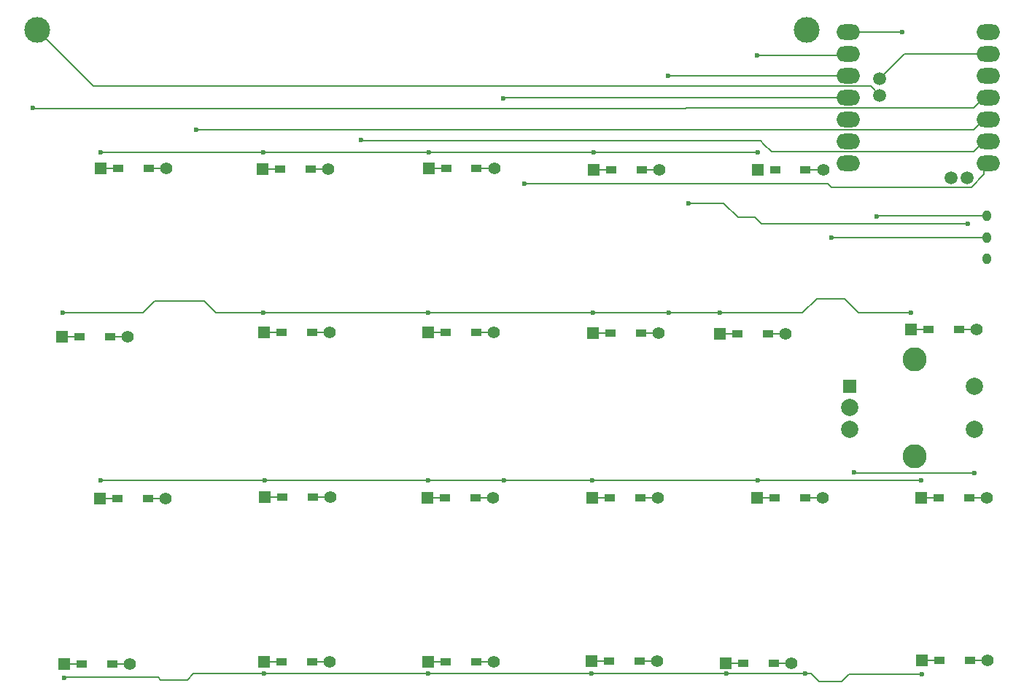
<source format=gbr>
%TF.GenerationSoftware,KiCad,Pcbnew,8.0.7*%
%TF.CreationDate,2025-02-16T08:14:47+09:00*%
%TF.ProjectId,cool642tb_L,636f6f6c-3634-4327-9462-5f4c2e6b6963,rev?*%
%TF.SameCoordinates,Original*%
%TF.FileFunction,Copper,L1,Top*%
%TF.FilePolarity,Positive*%
%FSLAX46Y46*%
G04 Gerber Fmt 4.6, Leading zero omitted, Abs format (unit mm)*
G04 Created by KiCad (PCBNEW 8.0.7) date 2025-02-16 08:14:47*
%MOMM*%
%LPD*%
G01*
G04 APERTURE LIST*
%TA.AperFunction,ComponentPad*%
%ADD10R,1.397000X1.397000*%
%TD*%
%TA.AperFunction,SMDPad,CuDef*%
%ADD11R,1.300000X0.950000*%
%TD*%
%TA.AperFunction,ComponentPad*%
%ADD12C,1.397000*%
%TD*%
%TA.AperFunction,ComponentPad*%
%ADD13C,3.000000*%
%TD*%
%TA.AperFunction,ComponentPad*%
%ADD14C,2.000000*%
%TD*%
%TA.AperFunction,ComponentPad*%
%ADD15R,1.500000X1.500000*%
%TD*%
%TA.AperFunction,ComponentPad*%
%ADD16C,2.800000*%
%TD*%
%TA.AperFunction,ComponentPad*%
%ADD17O,1.000000X1.300000*%
%TD*%
%TA.AperFunction,ComponentPad*%
%ADD18O,2.750000X1.800000*%
%TD*%
%TA.AperFunction,ComponentPad*%
%ADD19C,1.500000*%
%TD*%
%TA.AperFunction,ViaPad*%
%ADD20C,0.600000*%
%TD*%
%TA.AperFunction,Conductor*%
%ADD21C,0.200000*%
%TD*%
G04 APERTURE END LIST*
D10*
%TO.P,D3,1,K*%
%TO.N,Row2*%
X890000Y-29720000D03*
D11*
X2925000Y-29720000D03*
%TO.P,D3,2,A*%
%TO.N,Net-(D3-A)*%
X6475000Y-29720000D03*
D12*
X8510000Y-29720000D03*
%TD*%
D13*
%TO.P,B1,1,+*%
%TO.N,Bat*%
X-6400000Y24710000D03*
%TO.P,B1,2,-*%
%TO.N,Net-(B1--)*%
X82870000Y24750000D03*
%TD*%
D10*
%TO.P,D13,1,K*%
%TO.N,Row0*%
X58170000Y8480000D03*
D11*
X60205000Y8480000D03*
%TO.P,D13,2,A*%
%TO.N,Net-(D13-A)*%
X63755000Y8480000D03*
D12*
X65790000Y8480000D03*
%TD*%
D10*
%TO.P,D10,1,K*%
%TO.N,Row1*%
X39000000Y-10420000D03*
D11*
X41035000Y-10420000D03*
%TO.P,D10,2,A*%
%TO.N,Net-(D10-A)*%
X44585000Y-10420000D03*
D12*
X46620000Y-10420000D03*
%TD*%
D10*
%TO.P,D19,1,K*%
%TO.N,Row2*%
X77190000Y-29630000D03*
D11*
X79225000Y-29630000D03*
%TO.P,D19,2,A*%
%TO.N,Net-(D19-A)*%
X82775000Y-29630000D03*
D12*
X84810000Y-29630000D03*
%TD*%
D10*
%TO.P,D16,1,K*%
%TO.N,Row3*%
X57960000Y-48600000D03*
D11*
X59995000Y-48600000D03*
%TO.P,D16,2,A*%
%TO.N,Net-(D16-A)*%
X63545000Y-48600000D03*
D12*
X65580000Y-48600000D03*
%TD*%
D10*
%TO.P,D7,1,K*%
%TO.N,Row2*%
X19990000Y-29570000D03*
D11*
X22025000Y-29570000D03*
%TO.P,D7,2,A*%
%TO.N,Net-(D7-A)*%
X25575000Y-29570000D03*
D12*
X27610000Y-29570000D03*
%TD*%
D10*
%TO.P,D21,1,K*%
%TO.N,Row1*%
X95025000Y-10040000D03*
D11*
X97060000Y-10040000D03*
%TO.P,D21,2,A*%
%TO.N,Net-(D21-A)*%
X100610000Y-10040000D03*
D12*
X102645000Y-10040000D03*
%TD*%
D10*
%TO.P,D14,1,K*%
%TO.N,Row1*%
X58090000Y-10490000D03*
D11*
X60125000Y-10490000D03*
%TO.P,D14,2,A*%
%TO.N,Net-(D14-A)*%
X63675000Y-10490000D03*
D12*
X65710000Y-10490000D03*
%TD*%
D10*
%TO.P,D18,1,K*%
%TO.N,Row1*%
X72855000Y-10550000D03*
D11*
X74890000Y-10550000D03*
%TO.P,D18,2,A*%
%TO.N,Net-(D18-A)*%
X78440000Y-10550000D03*
D12*
X80475000Y-10550000D03*
%TD*%
D10*
%TO.P,D5,1,K*%
%TO.N,Row0*%
X19770000Y8520000D03*
D11*
X21805000Y8520000D03*
%TO.P,D5,2,A*%
%TO.N,Net-(D5-A)*%
X25355000Y8520000D03*
D12*
X27390000Y8520000D03*
%TD*%
D10*
%TO.P,D9,1,K*%
%TO.N,Row0*%
X39010000Y8610000D03*
D11*
X41045000Y8610000D03*
%TO.P,D9,2,A*%
%TO.N,Net-(D9-A)*%
X44595000Y8610000D03*
D12*
X46630000Y8610000D03*
%TD*%
D10*
%TO.P,D8,1,K*%
%TO.N,Row3*%
X19920000Y-48670000D03*
D11*
X21955000Y-48670000D03*
%TO.P,D8,2,A*%
%TO.N,Net-(D8-A)*%
X25505000Y-48670000D03*
D12*
X27540000Y-48670000D03*
%TD*%
D10*
%TO.P,D23,1,K*%
%TO.N,Row3*%
X96270000Y-48510000D03*
D11*
X98305000Y-48510000D03*
%TO.P,D23,2,A*%
%TO.N,Net-(D23-A)*%
X101855000Y-48510000D03*
D12*
X103890000Y-48510000D03*
%TD*%
D10*
%TO.P,D11,1,K*%
%TO.N,Row2*%
X38900000Y-29650000D03*
D11*
X40935000Y-29650000D03*
%TO.P,D11,2,A*%
%TO.N,Net-(D11-A)*%
X44485000Y-29650000D03*
D12*
X46520000Y-29650000D03*
%TD*%
D14*
%TO.P,SW21,1,1*%
%TO.N,Net-(D21-A)*%
X102400000Y-16660000D03*
%TO.P,SW21,2,2*%
%TO.N,Col5*%
X102400000Y-21660000D03*
D15*
%TO.P,SW21,A,A*%
%TO.N,RE_A1*%
X87900000Y-16660000D03*
D14*
%TO.P,SW21,B,B*%
%TO.N,RE_B*%
X87900000Y-21660000D03*
%TO.P,SW21,C,C*%
%TO.N,GND*%
X87900000Y-19160000D03*
D16*
%TO.P,SW21,MP*%
%TO.N,N/C*%
X95400000Y-13560000D03*
X95400000Y-24760000D03*
%TD*%
D10*
%TO.P,D6,1,K*%
%TO.N,Row1*%
X19890000Y-10420000D03*
D11*
X21925000Y-10420000D03*
%TO.P,D6,2,A*%
%TO.N,Net-(D6-A)*%
X25475000Y-10420000D03*
D12*
X27510000Y-10420000D03*
%TD*%
D17*
%TO.P,SW24,1,A*%
%TO.N,GND*%
X103840000Y3104000D03*
%TO.P,SW24,2,B*%
%TO.N,Net-(B1--)*%
X103840000Y604000D03*
%TO.P,SW24,3,C*%
%TO.N,unconnected-(SW24-C-Pad3)*%
X103840000Y-1896000D03*
%TD*%
D10*
%TO.P,D15,1,K*%
%TO.N,Row2*%
X58040000Y-29620000D03*
D11*
X60075000Y-29620000D03*
%TO.P,D15,2,A*%
%TO.N,Net-(D15-A)*%
X63625000Y-29620000D03*
D12*
X65660000Y-29620000D03*
%TD*%
D10*
%TO.P,D2,1,K*%
%TO.N,Row1*%
X-3500000Y-10920000D03*
D11*
X-1465000Y-10920000D03*
%TO.P,D2,2,A*%
%TO.N,Net-(D2-A)*%
X2085000Y-10920000D03*
D12*
X4120000Y-10920000D03*
%TD*%
D10*
%TO.P,D12,1,K*%
%TO.N,Row3*%
X38990000Y-48690000D03*
D11*
X41025000Y-48690000D03*
%TO.P,D12,2,A*%
%TO.N,Net-(D12-A)*%
X44575000Y-48690000D03*
D12*
X46610000Y-48690000D03*
%TD*%
D10*
%TO.P,D4,1,K*%
%TO.N,Row3*%
X-3300000Y-48970000D03*
D11*
X-1265000Y-48970000D03*
%TO.P,D4,2,A*%
%TO.N,Net-(D4-A)*%
X2285000Y-48970000D03*
D12*
X4320000Y-48970000D03*
%TD*%
D10*
%TO.P,D1,1,K*%
%TO.N,Row0*%
X960000Y8650000D03*
D11*
X2995000Y8650000D03*
%TO.P,D1,2,A*%
%TO.N,Net-(D1-A)*%
X6545000Y8650000D03*
D12*
X8580000Y8650000D03*
%TD*%
D10*
%TO.P,D17,1,K*%
%TO.N,Row0*%
X77195000Y8510000D03*
D11*
X79230000Y8510000D03*
%TO.P,D17,2,A*%
%TO.N,Net-(D17-A)*%
X82780000Y8510000D03*
D12*
X84815000Y8510000D03*
%TD*%
D18*
%TO.P,U1,1,P0.02_A0_D0*%
%TO.N,RE_B*%
X87740000Y24450000D03*
%TO.P,U1,2,P0.03_A1_D1*%
%TO.N,Row0*%
X87740000Y21910000D03*
%TO.P,U1,3,P0.28_A2_D2*%
%TO.N,Row1*%
X87740000Y19370000D03*
%TO.P,U1,4,P0.29_A3_D3*%
%TO.N,Row2*%
X87740000Y16830000D03*
%TO.P,U1,5,P0.04_A4_D4_SDA*%
%TO.N,unconnected-(U1-P0.04_A4_D4_SDA-Pad5)*%
X87740000Y14290000D03*
%TO.P,U1,6,P0.05_A5_D5_SCL*%
%TO.N,RE_A1*%
X87740000Y11750000D03*
%TO.P,U1,7,P1.11_D6_TX*%
%TO.N,Row3*%
X87740000Y9210000D03*
%TO.P,U1,8,P1.12_D7_RX*%
%TO.N,Col3*%
X103980000Y9210000D03*
%TO.P,U1,9,P1.13_D8_SCK*%
%TO.N,Col2*%
X103980000Y11750000D03*
%TO.P,U1,10,P1.14_D9_MISO*%
%TO.N,Col1*%
X103980000Y14290000D03*
%TO.P,U1,11,P1.15_D10_MOSI*%
%TO.N,Col0*%
X103980000Y16830000D03*
%TO.P,U1,12,3V3*%
%TO.N,unconnected-(U1-3V3-Pad12)*%
X103980000Y19370000D03*
%TO.P,U1,13,GND*%
%TO.N,GND*%
X103980000Y21910000D03*
%TO.P,U1,14,5V*%
%TO.N,VCC*%
X103980000Y24450000D03*
D19*
%TO.P,U1,15,NFC1_0.09*%
%TO.N,Col5*%
X99695400Y7518000D03*
%TO.P,U1,16,NFC2_0.10*%
%TO.N,Col4*%
X101575000Y7518000D03*
%TO.P,U1,20,BATT+*%
%TO.N,Bat*%
X91415000Y17147000D03*
%TO.P,U1,21,BATT-*%
%TO.N,GND*%
X91415000Y19052000D03*
%TD*%
D10*
%TO.P,D22,1,K*%
%TO.N,Row2*%
X96170000Y-29600000D03*
D11*
X98205000Y-29600000D03*
%TO.P,D22,2,A*%
%TO.N,Net-(D22-A)*%
X101755000Y-29600000D03*
D12*
X103790000Y-29600000D03*
%TD*%
D10*
%TO.P,D20,1,K*%
%TO.N,Row3*%
X73540000Y-48810000D03*
D11*
X75575000Y-48810000D03*
%TO.P,D20,2,A*%
%TO.N,Net-(D20-A)*%
X79125000Y-48810000D03*
D12*
X81160000Y-48810000D03*
%TD*%
D20*
%TO.N,Net-(B1--)*%
X85820000Y570000D03*
%TO.N,Col0*%
X-6880000Y15660000D03*
%TO.N,Row2*%
X47670000Y16810000D03*
%TO.N,Row1*%
X66800000Y19400000D03*
%TO.N,Row0*%
X77140000Y21790000D03*
%TO.N,RE_B*%
X94000000Y24500000D03*
%TO.N,Col4*%
X101600000Y2240000D03*
%TO.N,GND*%
X91050000Y3090000D03*
%TO.N,Row0*%
X19800000Y10500000D03*
X980000Y10490000D03*
X39010000Y10500000D03*
X77210000Y10500000D03*
X58160000Y10500000D03*
%TO.N,Row1*%
X19870000Y-8140000D03*
X95020000Y-8140000D03*
X66870000Y-8140000D03*
X72870000Y-8110000D03*
X-3470000Y-8130000D03*
X58080000Y-8140000D03*
X38980000Y-8140000D03*
%TO.N,Row2*%
X38930000Y-27590000D03*
X96220000Y-27590000D03*
X19990000Y-27590000D03*
X58040000Y-27590000D03*
X47740000Y-27590000D03*
X910000Y-27590000D03*
X77230000Y-27590000D03*
%TO.N,Row3*%
X57950000Y-50040000D03*
X82750000Y-50040000D03*
X96280000Y-50080000D03*
X-3260000Y-50500000D03*
X73580000Y-50040000D03*
X38990000Y-50040000D03*
X19920000Y-50040000D03*
%TO.N,Col1*%
X12040000Y13160000D03*
%TO.N,Col2*%
X31170000Y11920000D03*
%TO.N,Col3*%
X50170000Y6870000D03*
%TO.N,Col4*%
X69220000Y4620000D03*
%TO.N,Col5*%
X88400000Y-26700000D03*
X102400000Y-26770000D03*
%TD*%
D21*
%TO.N,Net-(B1--)*%
X86290000Y570000D02*
X86324000Y604000D01*
X85820000Y570000D02*
X86290000Y570000D01*
X86324000Y604000D02*
X103840000Y604000D01*
%TO.N,Col2*%
X102280000Y10550000D02*
X78860000Y10550000D01*
X77935000Y11475000D02*
X77580000Y11830000D01*
X103480000Y11750000D02*
X102280000Y10550000D01*
X78860000Y10550000D02*
X77935000Y11475000D01*
%TO.N,Bat*%
X-6400000Y24710000D02*
X140000Y18170000D01*
X140000Y18170000D02*
X90392000Y18170000D01*
X90392000Y18170000D02*
X91415000Y17147000D01*
%TO.N,GND*%
X91415000Y19052000D02*
X94273000Y21910000D01*
X94273000Y21910000D02*
X103480000Y21910000D01*
%TO.N,Col0*%
X-6840000Y15620000D02*
X-6880000Y15660000D01*
X102280000Y15630000D02*
X68870000Y15630000D01*
X68860000Y15620000D02*
X-6840000Y15620000D01*
X103480000Y16830000D02*
X102280000Y15630000D01*
X68870000Y15630000D02*
X68860000Y15620000D01*
%TO.N,Col1*%
X103480000Y14290000D02*
X102280000Y13090000D01*
X102280000Y13090000D02*
X12110000Y13090000D01*
X12110000Y13090000D02*
X12040000Y13160000D01*
%TO.N,Col3*%
X103480000Y9210000D02*
X103480000Y7938075D01*
X103480000Y7938075D02*
X102009925Y6468000D01*
X85762000Y6468000D02*
X85350000Y6880000D01*
X102009925Y6468000D02*
X85762000Y6468000D01*
%TO.N,Row2*%
X47690000Y16830000D02*
X47670000Y16810000D01*
X88240000Y16830000D02*
X47690000Y16830000D01*
%TO.N,Row1*%
X66830000Y19370000D02*
X66800000Y19400000D01*
X88240000Y19370000D02*
X66830000Y19370000D01*
%TO.N,Row0*%
X88120000Y21790000D02*
X88240000Y21910000D01*
X77140000Y21790000D02*
X88120000Y21790000D01*
%TO.N,RE_B*%
X94000000Y24500000D02*
X93630000Y24500000D01*
X93630000Y24500000D02*
X93580000Y24450000D01*
X93580000Y24450000D02*
X88240000Y24450000D01*
%TO.N,Col4*%
X101600000Y2240000D02*
X77636955Y2240000D01*
X77636955Y2240000D02*
X76886955Y2990000D01*
X76886955Y2990000D02*
X74920000Y2990000D01*
%TO.N,GND*%
X91064000Y3104000D02*
X91050000Y3090000D01*
X103840000Y3104000D02*
X91064000Y3104000D01*
%TO.N,Net-(D1-A)*%
X8580000Y8650000D02*
X6545000Y8650000D01*
%TO.N,Row0*%
X77210000Y10500000D02*
X58160000Y10500000D01*
X58170000Y8480000D02*
X60205000Y8480000D01*
X19800000Y10500000D02*
X990000Y10500000D01*
X39010000Y10500000D02*
X19800000Y10500000D01*
X58160000Y10500000D02*
X39010000Y10500000D01*
X39010000Y8610000D02*
X41045000Y8610000D01*
X960000Y8650000D02*
X2995000Y8650000D01*
X19770000Y8520000D02*
X21805000Y8520000D01*
X990000Y10500000D02*
X980000Y10490000D01*
%TO.N,Net-(D2-A)*%
X4120000Y-10920000D02*
X2085000Y-10920000D01*
%TO.N,Row1*%
X19890000Y-10420000D02*
X21925000Y-10420000D01*
X88940000Y-8120000D02*
X87290000Y-6470000D01*
X5850000Y-8140000D02*
X7240000Y-6750000D01*
X72840000Y-8140000D02*
X72870000Y-8110000D01*
X72855000Y-10550000D02*
X74890000Y-10550000D01*
X58080000Y-8140000D02*
X38980000Y-8140000D01*
X95025000Y-10040000D02*
X97060000Y-10040000D01*
X84080000Y-6470000D02*
X82440000Y-8110000D01*
X7240000Y-6750000D02*
X12940000Y-6750000D01*
X38980000Y-8140000D02*
X19870000Y-8140000D01*
X66870000Y-8140000D02*
X72840000Y-8140000D01*
X12940000Y-6750000D02*
X14330000Y-8140000D01*
X82440000Y-8110000D02*
X72870000Y-8110000D01*
X58090000Y-10490000D02*
X60125000Y-10490000D01*
X14330000Y-8140000D02*
X19870000Y-8140000D01*
X87290000Y-6470000D02*
X84080000Y-6470000D01*
X39000000Y-10420000D02*
X41035000Y-10420000D01*
X-3500000Y-10920000D02*
X-1465000Y-10920000D01*
X-3460000Y-8140000D02*
X5850000Y-8140000D01*
X95020000Y-8140000D02*
X95000000Y-8120000D01*
X95000000Y-8120000D02*
X88940000Y-8120000D01*
X-3470000Y-8130000D02*
X-3460000Y-8140000D01*
X58080000Y-8140000D02*
X66870000Y-8140000D01*
%TO.N,Net-(D3-A)*%
X8510000Y-29720000D02*
X6475000Y-29720000D01*
%TO.N,Row2*%
X19990000Y-27590000D02*
X910000Y-27590000D01*
X47740000Y-27590000D02*
X38930000Y-27590000D01*
X96170000Y-29600000D02*
X98205000Y-29600000D01*
X77230000Y-27590000D02*
X58040000Y-27590000D01*
X77190000Y-27630000D02*
X77230000Y-27590000D01*
X77190000Y-29630000D02*
X79225000Y-29630000D01*
X38900000Y-29650000D02*
X40935000Y-29650000D01*
X19990000Y-29570000D02*
X22025000Y-29570000D01*
X96220000Y-27590000D02*
X77230000Y-27590000D01*
X38930000Y-27590000D02*
X19990000Y-27590000D01*
X58040000Y-29620000D02*
X60075000Y-29620000D01*
X58040000Y-27590000D02*
X47740000Y-27590000D01*
X890000Y-29720000D02*
X2925000Y-29720000D01*
%TO.N,Net-(D4-A)*%
X4320000Y-48970000D02*
X2285000Y-48970000D01*
%TO.N,Row3*%
X73580000Y-50040000D02*
X82750000Y-50040000D01*
X-3230000Y-50470000D02*
X-3260000Y-50500000D01*
X87850000Y-50080000D02*
X96280000Y-50080000D01*
X84330000Y-50960000D02*
X86970000Y-50960000D01*
X7900000Y-50760000D02*
X11010000Y-50760000D01*
X11010000Y-50760000D02*
X11730000Y-50040000D01*
X38990000Y-48690000D02*
X41025000Y-48690000D01*
X57950000Y-50040000D02*
X73580000Y-50040000D01*
X-2900000Y-50470000D02*
X7610000Y-50470000D01*
X11730000Y-50040000D02*
X19920000Y-50040000D01*
X57960000Y-48600000D02*
X59995000Y-48600000D01*
X-2900000Y-50470000D02*
X-3230000Y-50470000D01*
X86970000Y-50960000D02*
X87850000Y-50080000D01*
X83410000Y-50040000D02*
X84330000Y-50960000D01*
X73540000Y-48810000D02*
X75575000Y-48810000D01*
X7610000Y-50470000D02*
X7900000Y-50760000D01*
X-3300000Y-48970000D02*
X-1265000Y-48970000D01*
X82750000Y-50040000D02*
X83410000Y-50040000D01*
X19920000Y-50040000D02*
X38990000Y-50040000D01*
X96270000Y-48510000D02*
X98305000Y-48510000D01*
X38990000Y-50040000D02*
X57950000Y-50040000D01*
X19920000Y-48670000D02*
X21955000Y-48670000D01*
%TO.N,Net-(D5-A)*%
X27390000Y8520000D02*
X25355000Y8520000D01*
%TO.N,Net-(D6-A)*%
X27510000Y-10420000D02*
X25475000Y-10420000D01*
%TO.N,Net-(D7-A)*%
X27610000Y-29570000D02*
X25575000Y-29570000D01*
%TO.N,Net-(D8-A)*%
X27540000Y-48670000D02*
X25505000Y-48670000D01*
%TO.N,Net-(D9-A)*%
X46630000Y8610000D02*
X44595000Y8610000D01*
%TO.N,Net-(D10-A)*%
X46620000Y-10420000D02*
X44585000Y-10420000D01*
%TO.N,Net-(D11-A)*%
X46520000Y-29650000D02*
X44485000Y-29650000D01*
%TO.N,Net-(D12-A)*%
X46610000Y-48690000D02*
X44575000Y-48690000D01*
%TO.N,Net-(D13-A)*%
X65790000Y8480000D02*
X63755000Y8480000D01*
%TO.N,Net-(D14-A)*%
X65710000Y-10490000D02*
X63675000Y-10490000D01*
%TO.N,Net-(D15-A)*%
X65660000Y-29620000D02*
X63625000Y-29620000D01*
%TO.N,Net-(D16-A)*%
X65580000Y-48600000D02*
X63545000Y-48600000D01*
%TO.N,Net-(D17-A)*%
X84815000Y8510000D02*
X82780000Y8510000D01*
%TO.N,Net-(D18-A)*%
X78440000Y-10550000D02*
X80475000Y-10550000D01*
%TO.N,Net-(D19-A)*%
X84810000Y-29630000D02*
X82775000Y-29630000D01*
%TO.N,Net-(D20-A)*%
X79125000Y-48810000D02*
X81160000Y-48810000D01*
%TO.N,Net-(D21-A)*%
X102645000Y-10040000D02*
X100610000Y-10040000D01*
%TO.N,Col2*%
X77580000Y11830000D02*
X31260000Y11830000D01*
X31260000Y11830000D02*
X31170000Y11920000D01*
%TO.N,Col3*%
X50180000Y6880000D02*
X50170000Y6870000D01*
X85350000Y6880000D02*
X50180000Y6880000D01*
%TO.N,Col4*%
X73290000Y4620000D02*
X69220000Y4620000D01*
X74920000Y2990000D02*
X73290000Y4620000D01*
%TO.N,Col5*%
X102400000Y-26770000D02*
X88470000Y-26770000D01*
X88470000Y-26770000D02*
X88400000Y-26700000D01*
%TO.N,Net-(D22-A)*%
X103790000Y-29600000D02*
X101755000Y-29600000D01*
%TO.N,Net-(D23-A)*%
X103890000Y-48510000D02*
X101855000Y-48510000D01*
%TO.N,Row0*%
X88336000Y21640000D02*
X88290000Y21686000D01*
%TD*%
M02*

</source>
